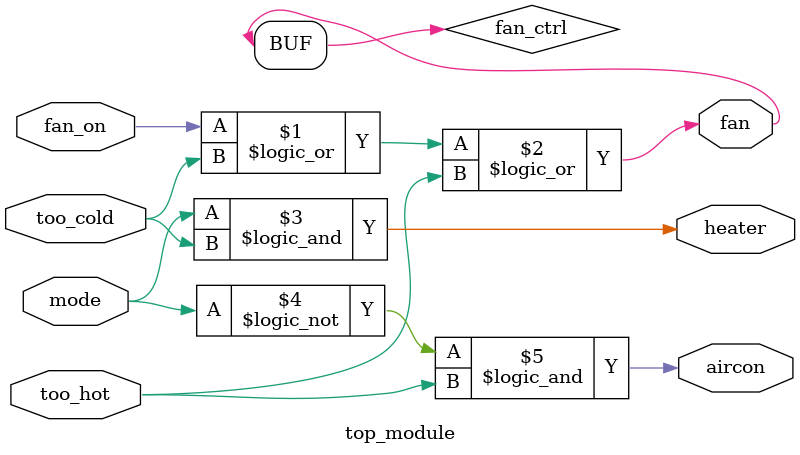
<source format=sv>
module top_module(
    input mode,
    input too_cold, 
    input too_hot,
    input fan_on,
    output heater,
    output aircon,
    output fan
);

    // Declare internal signals
    wire fan_ctrl;

    // Control the fan
    assign fan_ctrl = fan_on || too_cold || too_hot;
    assign fan = fan_ctrl;

    // Control the heater
    assign heater = mode && too_cold;

    // Control the air conditioner
    assign aircon = !mode && too_hot;

endmodule

</source>
